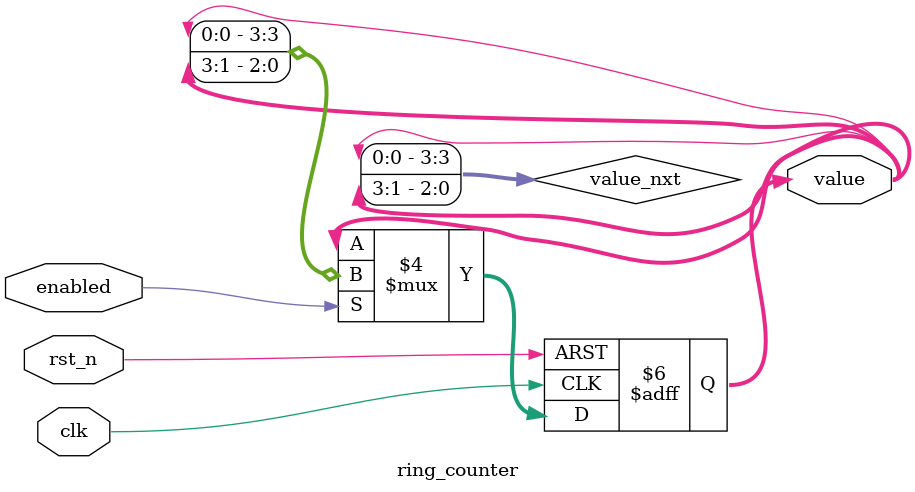
<source format=sv>
/* Copyright (C) 2025  AGH University of Krakow */

module ring_counter #(
    parameter logic [2:0] SIZE = 3'b100,
    parameter logic  TYPE = 1'b0
)(
    input logic clk,
    input logic rst_n,
    input logic enabled,
    output logic [SIZE-1:0] value
);


/* Local variables and signals */

logic [SIZE-1:0] value_nxt;

/* Module internal logic */

always_ff @(posedge clk or negedge rst_n) begin
    if (!rst_n) begin
        value <= {{SIZE-1{~TYPE}}, TYPE};
    end else if (enabled) begin      
        value <= value_nxt;
    end
end

always_comb begin
    value_nxt = {value[0], value[SIZE-1:1]};
end
endmodule

</source>
